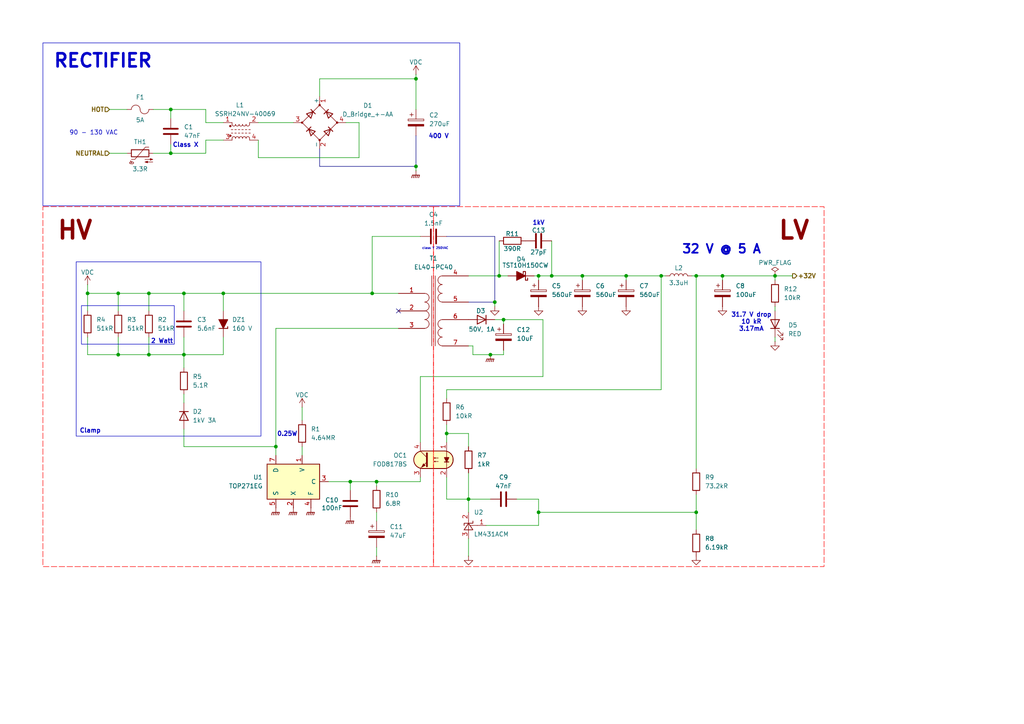
<source format=kicad_sch>
(kicad_sch (version 20231120) (generator "eeschema") (generator_version "8.0")
  (paper "A4")
  (title_block (title "Lab Supply Line Voltage Flyback Converter") (date "2024-04-15") (rev "1.0") (comment 1 "90-130 VAC to 32 VDC @ 5 A") (comment 2 "160 W output capability"))
  (lib_symbols
    (symbol "Device:C" (pin_numbers hide) (pin_names (offset 0.254))
      (property "Reference" "C" (at 0.635 2.54 0))
      (property "Value" "C" (at 0.635 -2.54 0))
      (symbol "C_0_1"
        (polyline (pts (xy -2.032 -0.762) (xy 2.032 -0.762)) (stroke (width 0.508)))
        (polyline (pts (xy -2.032 0.762) (xy 2.032 0.762)) (stroke (width 0.508)))
      )
      (symbol "C_1_1"
        (pin passive line (at 0 3.81 270) (length 2.794) (name "~") (number "1"))
        (pin passive line (at 0 -3.81 90) (length 2.794) (name "~") (number "2"))
      )
    )
    (symbol "Device:C_Polarized" (pin_numbers hide) (pin_names (offset 0.254))
      (property "Reference" "C" (at 0.635 2.54 0))
      (property "Value" "C_Polarized" (at 0.635 -2.54 0))
      (symbol "C_Polarized_0_1"
        (rectangle (start -2.286 0.508) (end 2.286 1.016))
        (polyline (pts (xy -1.778 2.286) (xy -0.762 2.286)))
        (polyline (pts (xy -1.27 2.794) (xy -1.27 1.778)))
        (rectangle (start 2.286 -0.508) (end -2.286 -1.016) (fill (type outline)))
      )
      (symbol "C_Polarized_1_1"
        (pin passive line (at 0 3.81 270) (length 2.794) (name "~") (number "1"))
        (pin passive line (at 0 -3.81 90) (length 2.794) (name "~") (number "2"))
      )
    )
    (symbol "Device:D" (pin_numbers hide) (pin_names (offset 1.016) hide)
      (property "Reference" "D" (at 0 2.54 0))
      (property "Value" "D" (at 0 -2.54 0))
      (symbol "D_0_1"
        (polyline (pts (xy -1.27 1.27) (xy -1.27 -1.27)) (stroke (width 0.254)))
        (polyline (pts (xy 1.27 0) (xy -1.27 0)))
        (polyline (pts (xy 1.27 1.27) (xy 1.27 -1.27) (xy -1.27 0) (xy 1.27 1.27)) (stroke (width 0.254)))
      )
      (symbol "D_1_1"
        (pin passive line (at -3.81 0 0) (length 2.54) (name "K") (number "1"))
        (pin passive line (at 3.81 0 180) (length 2.54) (name "A") (number "2"))
      )
    )
    (symbol "Device:D_Bridge_+-AA" (pin_names (offset 0))
      (property "Reference" "D" (at 2.54 6.985 0))
      (property "Value" "D_Bridge_+-AA" (at 2.54 5.08 0))
      (symbol "D_Bridge_+-AA_0_1"
        (circle (center -5.08 0) (radius 0.254) (fill (type outline)))
        (circle (center 0 -5.08) (radius 0.254) (fill (type outline)))
        (polyline (pts (xy -2.54 3.81) (xy -1.27 2.54)) (stroke (width 0.254)))
        (polyline (pts (xy -1.27 -2.54) (xy -2.54 -3.81)) (stroke (width 0.254)))
        (polyline (pts (xy 2.54 -1.27) (xy 3.81 -2.54)) (stroke (width 0.254)))
        (polyline (pts (xy 2.54 1.27) (xy 3.81 2.54)) (stroke (width 0.254)))
        (polyline (pts (xy -3.81 2.54) (xy -2.54 1.27) (xy -1.905 3.175) (xy -3.81 2.54)) (stroke (width 0.254)))
        (polyline (pts (xy -2.54 -1.27) (xy -3.81 -2.54) (xy -1.905 -3.175) (xy -2.54 -1.27)) (stroke (width 0.254)))
        (polyline (pts (xy 1.27 2.54) (xy 2.54 3.81) (xy 3.175 1.905) (xy 1.27 2.54)) (stroke (width 0.254)))
        (polyline (pts (xy 3.175 -1.905) (xy 1.27 -2.54) (xy 2.54 -3.81) (xy 3.175 -1.905)) (stroke (width 0.254)))
        (polyline (pts (xy -5.08 0) (xy 0 -5.08) (xy 5.08 0) (xy 0 5.08) (xy -5.08 0)))
        (circle (center 0 5.08) (radius 0.254) (fill (type outline)))
        (circle (center 5.08 0) (radius 0.254) (fill (type outline)))
      )
      (symbol "D_Bridge_+-AA_1_1"
        (pin passive line (at 7.62 0 180) (length 2.54) (name "+") (number "1"))
        (pin passive line (at -7.62 0 0) (length 2.54) (name "-") (number "2"))
        (pin passive line (at 0 7.62 270) (length 2.54) (name "~") (number "3"))
        (pin passive line (at 0 -7.62 90) (length 2.54) (name "~") (number "4"))
      )
    )
    (symbol "Device:L" (pin_numbers hide) (pin_names (offset 1.016) hide)
      (property "Reference" "L" (at -1.27 0 90))
      (property "Value" "L" (at 1.905 0 90))
      (symbol "L_0_1"
        (arc (start 0 -2.54) (mid 0.6323 -1.905) (end 0 -1.27))
        (arc (start 0 -1.27) (mid 0.6323 -0.635) (end 0 0))
        (arc (start 0 0) (mid 0.6323 0.635) (end 0 1.27))
        (arc (start 0 1.27) (mid 0.6323 1.905) (end 0 2.54))
      )
      (symbol "L_1_1"
        (pin passive line (at 0 3.81 270) (length 1.27) (name "1") (number "1"))
        (pin passive line (at 0 -3.81 90) (length 1.27) (name "2") (number "2"))
      )
    )
    (symbol "Device:LED" (pin_numbers hide) (pin_names (offset 1.016) hide)
      (property "Reference" "D" (at 0 2.54 0))
      (property "Value" "LED" (at 0 -2.54 0))
      (symbol "LED_0_1"
        (polyline (pts (xy -1.27 -1.27) (xy -1.27 1.27)) (stroke (width 0.254)))
        (polyline (pts (xy -1.27 0) (xy 1.27 0)))
        (polyline (pts (xy 1.27 -1.27) (xy 1.27 1.27) (xy -1.27 0) (xy 1.27 -1.27)) (stroke (width 0.254)))
        (polyline (pts (xy -3.048 -0.762) (xy -4.572 -2.286) (xy -3.81 -2.286) (xy -4.572 -2.286) (xy -4.572 -1.524)))
        (polyline (pts (xy -1.778 -0.762) (xy -3.302 -2.286) (xy -2.54 -2.286) (xy -3.302 -2.286) (xy -3.302 -1.524)))
      )
      (symbol "LED_1_1"
        (pin passive line (at -3.81 0 0) (length 2.54) (name "K") (number "1"))
        (pin passive line (at 3.81 0 180) (length 2.54) (name "A") (number "2"))
      )
    )
    (symbol "Device:L_Ferrite_Coupled" (pin_names (offset 0.254) hide)
      (property "Reference" "L" (at 0 4.445 0))
      (property "Value" "L_Ferrite_Coupled" (at 0 -4.445 0))
      (symbol "L_Ferrite_Coupled_0_1"
        (circle (center -3.048 -1.27) (radius 0.254) (fill (type outline)))
        (circle (center -3.048 1.524) (radius 0.254) (fill (type outline)))
        (arc (start -2.54 2.032) (mid -2.032 1.5262) (end -1.524 2.032))
        (arc (start -1.524 -2.032) (mid -2.032 -1.5262) (end -2.54 -2.032))
        (arc (start -1.524 2.032) (mid -1.016 1.5262) (end -0.508 2.032))
        (arc (start -0.508 -2.032) (mid -1.016 -1.5262) (end -1.524 -2.032))
        (arc (start -0.508 2.032) (mid 0 1.5262) (end 0.508 2.032))
        (polyline (pts (xy -2.794 -0.508) (xy -2.286 -0.508)))
        (polyline (pts (xy -2.794 0.508) (xy -2.286 0.508)))
        (polyline (pts (xy -2.54 -2.032) (xy -2.54 -2.54)))
        (polyline (pts (xy -2.54 2.032) (xy -2.54 2.54)))
        (polyline (pts (xy -1.778 -0.508) (xy -1.27 -0.508)))
        (polyline (pts (xy -1.778 0.508) (xy -1.27 0.508)))
        (polyline (pts (xy -0.762 -0.508) (xy -0.254 -0.508)))
        (polyline (pts (xy -0.762 0.508) (xy -0.254 0.508)))
        (polyline (pts (xy 0.254 -0.508) (xy 0.762 -0.508)))
        (polyline (pts (xy 0.254 0.508) (xy 0.762 0.508)))
        (polyline (pts (xy 1.27 -0.508) (xy 1.778 -0.508)))
        (polyline (pts (xy 1.27 0.508) (xy 1.778 0.508)))
        (polyline (pts (xy 2.286 -0.508) (xy 2.794 -0.508)))
        (polyline (pts (xy 2.286 0.508) (xy 2.794 0.508)))
        (polyline (pts (xy 2.54 -2.032) (xy 2.54 -2.54)))
        (polyline (pts (xy 2.54 2.54) (xy 2.54 2.032)))
        (arc (start 0.508 -2.032) (mid 0 -1.5262) (end -0.508 -2.032))
        (arc (start 0.508 2.032) (mid 1.016 1.5262) (end 1.524 2.032))
        (arc (start 1.524 -2.032) (mid 1.016 -1.5262) (end 0.508 -2.032))
        (arc (start 1.524 2.032) (mid 2.032 1.5262) (end 2.54 2.032))
        (arc (start 2.54 -2.032) (mid 2.032 -1.5262) (end 1.524 -2.032))
      )
      (symbol "L_Ferrite_Coupled_1_1"
        (pin passive line (at -5.08 2.54 0) (length 2.54) (name "1") (number "1"))
        (pin passive line (at 5.08 2.54 180) (length 2.54) (name "2") (number "2"))
        (pin passive line (at -5.08 -2.54 0) (length 2.54) (name "3") (number "3"))
        (pin passive line (at 5.08 -2.54 180) (length 2.54) (name "4") (number "4"))
      )
    )
    (symbol "Device:R" (pin_numbers hide) (pin_names (offset 0))
      (property "Reference" "R" (at 2.032 0 90))
      (property "Value" "R" (at 0 0 90))
      (symbol "R_0_1"
        (rectangle (start -1.016 -2.54) (end 1.016 2.54) (stroke (width 0.254)))
      )
      (symbol "R_1_1"
        (pin passive line (at 0 3.81 270) (length 1.27) (name "~") (number "1"))
        (pin passive line (at 0 -3.81 90) (length 1.27) (name "~") (number "2"))
      )
    )
    (symbol "Device:Thermistor_NTC" (pin_numbers hide) (pin_names (offset 0))
      (property "Reference" "TH" (at -4.445 0 90))
      (property "Value" "Thermistor_NTC" (at 3.175 0 90))
      (symbol "Thermistor_NTC_0_1"
        (arc (start -3.048 2.159) (mid -3.0495 2.3143) (end -3.175 2.413))
        (arc (start -3.048 2.159) (mid -2.9736 1.9794) (end -2.794 1.905))
        (arc (start -3.048 2.794) (mid -2.9736 2.6144) (end -2.794 2.54))
        (arc (start -2.794 1.905) (mid -2.6144 1.9794) (end -2.54 2.159))
        (arc (start -2.794 2.54) (mid -2.4393 2.5587) (end -2.159 2.794))
        (arc (start -2.794 3.048) (mid -2.9736 2.9736) (end -3.048 2.794))
        (arc (start -2.54 2.794) (mid -2.6144 2.9736) (end -2.794 3.048))
        (rectangle (start -1.016 2.54) (end 1.016 -2.54) (stroke (width 0.254)))
        (polyline (pts (xy -2.54 2.159) (xy -2.54 2.794)))
        (polyline (pts (xy -1.778 2.54) (xy -1.778 1.524) (xy 1.778 -1.524) (xy 1.778 -2.54)))
        (polyline (pts (xy -2.54 -3.683) (xy -2.54 -1.397) (xy -2.794 -2.159) (xy -2.286 -2.159) (xy -2.54 -1.397) (xy -2.54 -1.651)) (fill (type outline)))
        (polyline (pts (xy -1.778 -1.397) (xy -1.778 -3.683) (xy -2.032 -2.921) (xy -1.524 -2.921) (xy -1.778 -3.683) (xy -1.778 -3.429)) (fill (type outline)))
      )
      (symbol "Thermistor_NTC_1_1"
        (pin passive line (at 0 3.81 270) (length 1.27) (name "~") (number "1"))
        (pin passive line (at 0 -3.81 90) (length 1.27) (name "~") (number "2"))
      )
    )
    (symbol "Device:Transformer_SP_2S" (pin_names (offset 1.016) hide)
      (property "Reference" "T" (at 0 12.7 0))
      (property "Value" "Transformer_SP_2S" (at 0 -12.7 0))
      (symbol "Transformer_SP_2S_0_1"
        (arc (start -2.54 -5.0546) (mid -1.6599 -4.6901) (end -1.27 -3.81))
        (arc (start -2.54 -2.5146) (mid -1.6599 -2.1501) (end -1.27 -1.27))
        (arc (start -2.54 0.0254) (mid -1.6599 0.3899) (end -1.27 1.27))
        (arc (start -2.54 2.5654) (mid -1.6599 2.9299) (end -1.27 3.81))
        (arc (start -1.27 -3.81) (mid -1.642 -2.912) (end -2.54 -2.54))
        (arc (start -1.27 -1.27) (mid -1.642 -0.372) (end -2.54 0))
        (arc (start -1.27 1.27) (mid -1.642 2.168) (end -2.54 2.54))
        (arc (start -1.27 3.81) (mid -1.642 4.708) (end -2.54 5.08))
        (polyline (pts (xy -0.508 -10.16) (xy -0.508 10.16)))
        (polyline (pts (xy 0.508 10.16) (xy 0.508 -10.16)))
        (arc (start 1.2954 -8.89) (mid 1.6599 -9.7701) (end 2.54 -10.1346))
        (arc (start 1.2954 -6.35) (mid 1.6599 -7.2301) (end 2.54 -7.5946))
        (arc (start 1.2954 -3.81) (mid 1.6599 -4.6901) (end 2.54 -5.0546))
        (arc (start 1.2954 3.81) (mid 1.6599 2.9299) (end 2.54 2.5654))
        (arc (start 1.2954 6.35) (mid 1.6599 5.4699) (end 2.54 5.1054))
        (arc (start 1.2954 8.89) (mid 1.6599 8.0099) (end 2.54 7.6454))
        (arc (start 2.54 -7.62) (mid 1.642 -7.992) (end 1.2954 -8.89))
        (arc (start 2.54 -5.08) (mid 1.642 -5.452) (end 1.2954 -6.35))
        (arc (start 2.54 -2.54) (mid 1.642 -2.912) (end 1.2954 -3.81))
        (arc (start 2.54 5.08) (mid 1.642 4.708) (end 1.2954 3.81))
        (arc (start 2.54 7.62) (mid 1.642 7.248) (end 1.2954 6.35))
        (arc (start 2.54 10.16) (mid 1.642 9.788) (end 1.2954 8.89))
      )
      (symbol "Transformer_SP_2S_1_1"
        (pin passive line (at -10.16 5.08 0) (length 7.62) (name "IN+") (number "1"))
        (pin passive line (at -10.16 0 0) (length 7.62) (name "PM") (number "2"))
        (pin passive line (at -10.16 -5.08 0) (length 7.62) (name "IN-") (number "3"))
        (pin passive line (at 10.16 10.16 180) (length 7.62) (name "OUT1A") (number "4"))
        (pin passive line (at 10.16 2.54 180) (length 7.62) (name "OUT1B") (number "5"))
        (pin passive line (at 10.16 -2.54 180) (length 7.62) (name "OUT2A") (number "6"))
        (pin passive line (at 10.16 -10.16 180) (length 7.62) (name "OUT2B") (number "7"))
      )
    )
    (symbol "PCM_Device_AKL:Fuse" (pin_numbers hide) (pin_names (offset 0))
      (property "Reference" "F" (at 0 4.572 0))
      (property "Value" "Fuse" (at 0 3.175 0))
      (symbol "Fuse_0_1"
        (arc (start 0 0) (mid -1.27 1.2645) (end -2.54 0))
        (arc (start 0 0) (mid 1.27 -1.2645) (end 2.54 0))
      )
      (symbol "Fuse_1_1"
        (pin passive line (at -3.81 0 0) (length 1.27) (name "~") (number "1"))
        (pin passive line (at 3.81 0 180) (length 1.27) (name "~") (number "2"))
      )
    )
    (symbol "PCM_Diode_Schottky_AKL:D_Schottky_Generic" (pin_numbers hide) (pin_names (offset 1.016) hide)
      (property "Reference" "D" (at 0 5.08 0))
      (property "Value" "D_Schottky_Generic" (at 0 2.54 0))
      (symbol "D_Schottky_Generic_0_1"
        (polyline (pts (xy -1.27 0) (xy 1.27 0)))
        (polyline (pts (xy -1.27 -1.27) (xy -1.27 1.27) (xy 1.27 0) (xy -1.27 -1.27)) (stroke (width 0.254)) (fill (type outline)))
        (polyline (pts (xy 1.905 -0.635) (xy 1.905 -1.27) (xy 1.27 -1.27) (xy 1.27 1.27) (xy 0.635 1.27) (xy 0.635 0.635)) (stroke (width 0.254)))
      )
      (symbol "D_Schottky_Generic_1_1"
        (pin passive line (at 3.81 0 180) (length 2.54) (name "K") (number "1"))
        (pin passive line (at -3.81 0 0) (length 2.54) (name "A") (number "2"))
      )
    )
    (symbol "PCM_Diode_Zener_AKL:D_Zener_Generic" (pin_numbers hide) (pin_names (offset 1.016) hide)
      (property "Reference" "DZ" (at 0 5.08 0))
      (property "Value" "D_Zener_Generic" (at 0 2.54 0))
      (symbol "D_Zener_Generic_0_1"
        (polyline (pts (xy -1.27 0) (xy 1.27 0)))
        (polyline (pts (xy 1.27 1.27) (xy 0.762 1.27)) (stroke (width 0.254)))
        (polyline (pts (xy 1.27 1.27) (xy 1.27 -1.27)) (stroke (width 0.254)))
        (polyline (pts (xy -1.27 -1.27) (xy -1.27 1.27) (xy 1.27 0) (xy -1.27 -1.27)) (stroke (width 0.254)) (fill (type outline)))
      )
      (symbol "D_Zener_Generic_1_1"
        (pin passive line (at 3.81 0 180) (length 2.54) (name "K") (number "1"))
        (pin passive line (at -3.81 0 0) (length 2.54) (name "A") (number "2"))
      )
    )
    (symbol "PCM_Optocoupler_AKL:FOD817BS" (pin_names (offset 1.016))
      (property "Reference" "OC" (at 6.35 1.27 0))
      (property "Value" "FOD817BS" (at 6.35 -1.27 0))
      (symbol "FOD817BS_0_1"
        (arc (start -3.1975 2.54) (mid -5.7151 0) (end -3.1975 -2.54) (stroke (width 0.254)))
        (polyline (pts (xy -4.445 -0.635) (xy -3.175 -0.635)) (stroke (width 0.254)))
        (polyline (pts (xy -3.175 2.54) (xy 3.175 2.54)) (stroke (width 0.254)))
        (polyline (pts (xy 1.905 0.635) (xy 3.81 2.54)))
        (polyline (pts (xy 3.175 -2.54) (xy -3.175 -2.54)) (stroke (width 0.254)))
        (polyline (pts (xy 3.81 -2.54) (xy 1.905 -0.635)) (fill (type outline)))
        (polyline (pts (xy -3.81 -2.54) (xy -3.81 -1.27) (xy -3.81 2.54)) (stroke (width 0.1524)))
        (polyline (pts (xy 1.905 1.905) (xy 1.905 -1.905) (xy 1.905 -1.905)) (stroke (width 0.508)))
        (polyline (pts (xy -3.81 -0.635) (xy -4.445 0.635) (xy -3.175 0.635) (xy -3.81 -0.635)) (stroke (width 0.254)) (fill (type outline)))
        (polyline (pts (xy -1.397 -0.508) (xy -0.127 -0.508) (xy -0.508 -0.635) (xy -0.508 -0.381) (xy -0.127 -0.508)))
        (polyline (pts (xy -1.397 0.508) (xy -0.127 0.508) (xy -0.508 0.381) (xy -0.508 0.635) (xy -0.127 0.508)))
        (polyline (pts (xy 2.413 -1.651) (xy 2.921 -1.143) (xy 3.429 -2.159) (xy 2.413 -1.651) (xy 2.413 -1.651)) (fill (type outline)))
        (polyline (pts (xy -2.54 2.54) (xy 3.429 2.54) (xy 4.318 2.286) (xy 4.699 2.032) (xy 5.08 1.651) (xy 5.461 1.016) (xy 5.715 0.381) (xy 5.715 -0.381) (xy 5.461 -1.143) (xy 4.826 -1.905) (xy 4.191 -2.286) (xy 3.302 -2.54) (xy -3.81 -2.54) (xy -3.81 -2.54) (xy -4.572 -2.032) (xy -5.08 -1.778) (xy -5.588 -0.508) (xy -5.588 0.254) (xy -5.588 1.016) (xy -5.08 1.778) (xy -4.318 2.286) (xy -3.556 2.54) (xy -2.54 2.54)) (stroke (width 0.01)) (fill (type background)))
        (arc (start 3.1975 -2.54) (mid 5.7151 0) (end 3.1975 2.54) (stroke (width 0.254)))
      )
      (symbol "FOD817BS_1_1"
        (pin passive line (at -3.81 5.08 270) (length 2.54) (name "~") (number "1"))
        (pin passive line (at -3.81 -5.08 90) (length 2.54) (name "~") (number "2"))
        (pin passive line (at 3.81 -5.08 90) (length 2.54) (name "~") (number "3"))
        (pin passive line (at 3.81 5.08 270) (length 2.54) (name "~") (number "4"))
      )
    )
    (symbol "Reference_Voltage:LM4041LP-ADJ" (pin_names (offset 0.0254) hide)
      (property "Reference" "U" (at 2.54 3.81 0))
      (property "Value" "LM4041LP-ADJ" (at 0 -3.175 0))
      (symbol "LM4041LP-ADJ_0_1"
        (polyline (pts (xy 0 2.54) (xy 0 0.508)))
        (polyline (pts (xy -1.27 0) (xy 0 0) (xy 1.27 0)))
        (polyline (pts (xy -1.27 -1.27) (xy 0.635 0) (xy -1.27 1.27) (xy -1.27 -1.27)) (stroke (width 0.2032)))
        (polyline (pts (xy 0 -1.27) (xy 0.635 -1.27) (xy 0.635 1.27) (xy 1.27 1.27)) (stroke (width 0.2032)))
      )
      (symbol "LM4041LP-ADJ_1_1"
        (pin input line (at 0 5.08 270) (length 2.54) (name "FB") (number "1"))
        (pin passive line (at 3.81 0 180) (length 2.54) (name "K") (number "2"))
        (pin passive line (at -3.81 0 0) (length 2.54) (name "A") (number "3"))
      )
    )
    (symbol "Regulator_Switching:TOP271EG" (pin_names (offset 1.016))
      (property "Reference" "U" (at 5.08 8.89 0))
      (property "Value" "TOP271EG" (at 5.08 6.35 0))
      (symbol "TOP271EG_0_1"
        (rectangle (start -7.62 5.08) (end 7.62 -5.08) (stroke (width 0.254)) (fill (type background)))
      )
      (symbol "TOP271EG_1_1"
        (pin input line (at 2.54 7.62 270) (length 2.54) (name "V") (number "1"))
        (pin input line (at 0 -7.62 90) (length 2.54) (name "X") (number "2"))
        (pin input line (at 10.16 0 180) (length 2.54) (name "C") (number "3"))
        (pin passive line (at 5.08 -7.62 90) (length 2.54) (name "F") (number "4"))
        (pin power_in line (at -5.08 -7.62 90) (length 2.54) (name "S") (number "5"))
        (pin open_collector line (at -5.08 7.62 270) (length 2.54) (name "D") (number "7"))
      )
    )
    (symbol "power:GND" (power) (pin_numbers hide) (pin_names (offset 0) hide)
      (property "Value" "GND" (at 0 -3.81 0))
      (symbol "GND_0_1"
        (polyline (pts (xy 0 0) (xy 0 -1.27) (xy 1.27 -1.27) (xy 0 -2.54) (xy -1.27 -1.27) (xy 0 -1.27)))
      )
      (symbol "GND_1_1"
        (pin power_in line (at 0 0 270) (length 0) (name "~") (number "1"))
      )
    )
    (symbol "power:GNDPWR" (power) (pin_numbers hide) (pin_names (offset 0) hide)
      (property "Value" "GNDPWR" (at 0 -3.302 0))
      (symbol "GNDPWR_0_1"
        (polyline (pts (xy 0 -1.27) (xy 0 0)))
        (polyline (pts (xy -1.016 -1.27) (xy -1.27 -2.032) (xy -1.27 -2.032)) (stroke (width 0.2032)))
        (polyline (pts (xy -0.508 -1.27) (xy -0.762 -2.032) (xy -0.762 -2.032)) (stroke (width 0.2032)))
        (polyline (pts (xy 0 -1.27) (xy -0.254 -2.032) (xy -0.254 -2.032)) (stroke (width 0.2032)))
        (polyline (pts (xy 0.508 -1.27) (xy 0.254 -2.032) (xy 0.254 -2.032)) (stroke (width 0.2032)))
        (polyline (pts (xy 1.016 -1.27) (xy -1.016 -1.27) (xy -1.016 -1.27)) (stroke (width 0.2032)))
        (polyline (pts (xy 1.016 -1.27) (xy 0.762 -2.032) (xy 0.762 -2.032) (xy 0.762 -2.032)) (stroke (width 0.2032)))
      )
      (symbol "GNDPWR_1_1"
        (pin power_in line (at 0 0 270) (length 0) (name "~") (number "1"))
      )
    )
    (symbol "power:PWR_FLAG" (power) (pin_numbers hide) (pin_names (offset 0) hide)
      (property "Value" "PWR_FLAG" (at 0 3.81 0))
      (symbol "PWR_FLAG_0_0"
        (pin power_out line (at 0 0 90) (length 0) (name "~") (number "1"))
      )
      (symbol "PWR_FLAG_0_1"
        (polyline (pts (xy 0 0) (xy 0 1.27) (xy -1.016 1.905) (xy 0 2.54) (xy 1.016 1.905) (xy 0 1.27)))
      )
    )
    (symbol "power:VDC" (power) (pin_numbers hide) (pin_names (offset 0) hide)
      (property "Value" "VDC" (at 0 3.556 0))
      (symbol "VDC_0_1"
        (polyline (pts (xy -0.762 1.27) (xy 0 2.54)))
        (polyline (pts (xy 0 0) (xy 0 2.54)))
        (polyline (pts (xy 0 2.54) (xy 0.762 1.27)))
      )
      (symbol "VDC_1_1"
        (pin power_in line (at 0 0 90) (length 0) (name "~") (number "1"))
      )
    )
  )
  (junction (at 135.89 144.78))
  (junction (at 142.24 102.87))
  (junction (at 34.29 102.87))
  (junction (at 129.54 125.73))
  (junction (at 34.29 85.09))
  (junction (at 120.65 22.86))
  (junction (at 53.34 85.09))
  (junction (at 156.21 80.01))
  (junction (at 224.79 80.01))
  (junction (at 49.53 31.75))
  (junction (at 64.77 85.09))
  (junction (at 144.78 80.01))
  (junction (at 43.18 102.87))
  (junction (at 191.77 80.01))
  (junction (at 80.01 129.54))
  (junction (at 43.18 85.09))
  (junction (at 49.53 44.45))
  (junction (at 160.02 80.01))
  (junction (at 143.51 87.63))
  (junction (at 109.22 139.7))
  (junction (at 209.55 80.01))
  (junction (at 168.91 80.01))
  (junction (at 201.93 80.01))
  (junction (at 181.61 80.01))
  (junction (at 101.6 139.7))
  (junction (at 53.34 102.87))
  (junction (at 146.05 92.71))
  (junction (at 107.95 85.09))
  (junction (at 120.65 48.26))
  (junction (at 201.93 148.59))
  (junction (at 156.21 148.59))
  (junction (at 25.4 85.09))
  (no_connect (at 115.57 90.17))
  (wire (pts (xy 74.93 45.72) (xy 104.14 45.72)))
  (wire (pts (xy 53.34 106.68) (xy 53.34 102.87)))
  (wire (pts (xy 53.34 102.87) (xy 64.77 102.87)))
  (wire (pts (xy 224.79 80.01) (xy 224.79 81.28)))
  (wire (pts (xy 146.05 102.87) (xy 146.05 101.6)))
  (wire (pts (xy 168.91 80.01) (xy 181.61 80.01)))
  (wire (pts (xy 53.34 129.54) (xy 80.01 129.54)))
  (wire (pts (xy 157.48 92.71) (xy 157.48 109.22)))
  (wire (pts (xy 191.77 113.03) (xy 191.77 80.01)))
  (wire (pts (xy 120.65 49.53) (xy 120.65 48.26)))
  (wire (pts (xy 120.65 39.37) (xy 120.65 48.26)) (stroke (width 0) (color 0 0 132 1)))
  (wire (pts (xy 44.45 44.45) (xy 49.53 44.45)))
  (wire (pts (xy 201.93 148.59) (xy 201.93 153.67)))
  (wire (pts (xy 87.63 129.54) (xy 87.63 132.08)))
  (wire (pts (xy 34.29 102.87) (xy 25.4 102.87)))
  (wire (pts (xy 121.92 138.43) (xy 121.92 139.7)))
  (wire (pts (xy 157.48 109.22) (xy 121.92 109.22)))
  (wire (pts (xy 224.79 99.06) (xy 224.79 97.79)))
  (wire (pts (xy 160.02 69.85) (xy 160.02 80.01)))
  (wire (pts (xy 191.77 80.01) (xy 193.04 80.01)))
  (wire (pts (xy 181.61 81.28) (xy 181.61 80.01)))
  (wire (pts (xy 146.05 92.71) (xy 146.05 93.98)))
  (wire (pts (xy 156.21 80.01) (xy 160.02 80.01)))
  (wire (pts (xy 209.55 80.01) (xy 209.55 81.28)))
  (wire (pts (xy 168.91 81.28) (xy 168.91 80.01)))
  (wire (pts (xy 74.93 40.64) (xy 74.93 45.72)))
  (wire (pts (xy 49.53 44.45) (xy 59.69 44.45)))
  (wire (pts (xy 59.69 44.45) (xy 59.69 40.64)))
  (wire (pts (xy 144.78 80.01) (xy 147.32 80.01)))
  (wire (pts (xy 64.77 85.09) (xy 107.95 85.09)))
  (wire (pts (xy 49.53 31.75) (xy 59.69 31.75)))
  (wire (pts (xy 120.65 22.86) (xy 120.65 31.75)))
  (wire (pts (xy 34.29 85.09) (xy 34.29 90.17)))
  (wire (pts (xy 143.51 88.9) (xy 143.51 87.63)))
  (wire (pts (xy 59.69 40.64) (xy 64.77 40.64)))
  (wire (pts (xy 43.18 85.09) (xy 43.18 90.17)))
  (wire (pts (xy 149.86 144.78) (xy 156.21 144.78)))
  (wire (pts (xy 135.89 100.33) (xy 137.16 100.33)))
  (wire (pts (xy 53.34 85.09) (xy 64.77 85.09)))
  (wire (pts (xy 34.29 102.87) (xy 43.18 102.87)))
  (wire (pts (xy 137.16 102.87) (xy 142.24 102.87)))
  (wire (pts (xy 109.22 140.97) (xy 109.22 139.7)))
  (wire (pts (xy 156.21 152.4) (xy 140.97 152.4)))
  (wire (pts (xy 109.22 151.13) (xy 109.22 148.59)))
  (wire (pts (xy 64.77 85.09) (xy 64.77 90.17)))
  (wire (pts (xy 129.54 68.58) (xy 143.51 68.58)) (stroke (width 0) (color 0 0 132 1)))
  (wire (pts (xy 143.51 68.58) (xy 143.51 87.63)) (stroke (width 0) (color 0 0 132 1)))
  (wire (pts (xy 143.51 92.71) (xy 146.05 92.71)))
  (wire (pts (xy 53.34 124.46) (xy 53.34 129.54)))
  (wire (pts (xy 109.22 161.29) (xy 109.22 158.75)))
  (wire (pts (xy 115.57 95.25) (xy 80.01 95.25)))
  (wire (pts (xy 87.63 121.92) (xy 87.63 118.11)))
  (wire (pts (xy 49.53 44.45) (xy 49.53 41.91)))
  (wire (pts (xy 31.75 31.75) (xy 36.83 31.75)))
  (wire (pts (xy 200.66 80.01) (xy 201.93 80.01)))
  (wire (pts (xy 25.4 85.09) (xy 34.29 85.09)))
  (wire (pts (xy 74.93 35.56) (xy 85.09 35.56)))
  (wire (pts (xy 135.89 144.78) (xy 142.24 144.78)))
  (wire (pts (xy 135.89 137.16) (xy 135.89 144.78)))
  (wire (pts (xy 92.71 22.86) (xy 120.65 22.86)))
  (wire (pts (xy 34.29 85.09) (xy 43.18 85.09)))
  (wire (pts (xy 135.89 161.29) (xy 135.89 156.21)))
  (wire (pts (xy 121.92 68.58) (xy 107.95 68.58)))
  (wire (pts (xy 224.79 88.9) (xy 224.79 90.17)))
  (wire (pts (xy 59.69 35.56) (xy 64.77 35.56)))
  (wire (pts (xy 104.14 45.72) (xy 104.14 35.56)))
  (wire (pts (xy 95.25 139.7) (xy 101.6 139.7)))
  (wire (pts (xy 135.89 144.78) (xy 129.54 144.78)))
  (wire (pts (xy 156.21 148.59) (xy 201.93 148.59)))
  (wire (pts (xy 181.61 80.01) (xy 191.77 80.01)))
  (wire (pts (xy 25.4 85.09) (xy 25.4 90.17)))
  (wire (pts (xy 129.54 115.57) (xy 129.54 113.03)))
  (wire (pts (xy 43.18 102.87) (xy 43.18 97.79)))
  (wire (pts (xy 135.89 125.73) (xy 135.89 129.54)))
  (wire (pts (xy 49.53 31.75) (xy 49.53 34.29)))
  (wire (pts (xy 201.93 80.01) (xy 209.55 80.01)))
  (wire (pts (xy 104.14 35.56) (xy 100.33 35.56)))
  (wire (pts (xy 201.93 143.51) (xy 201.93 148.59)))
  (wire (pts (xy 129.54 125.73) (xy 129.54 128.27)))
  (wire (pts (xy 53.34 97.79) (xy 53.34 102.87)))
  (wire (pts (xy 109.22 139.7) (xy 121.92 139.7)))
  (wire (pts (xy 25.4 102.87) (xy 25.4 97.79)))
  (wire (pts (xy 209.55 80.01) (xy 224.79 80.01)))
  (wire (pts (xy 129.54 113.03) (xy 191.77 113.03)))
  (wire (pts (xy 224.79 80.01) (xy 229.87 80.01)))
  (wire (pts (xy 53.34 85.09) (xy 53.34 90.17)))
  (wire (pts (xy 92.71 27.94) (xy 92.71 22.86)))
  (wire (pts (xy 144.78 69.85) (xy 144.78 80.01)))
  (wire (pts (xy 129.54 144.78) (xy 129.54 138.43)))
  (wire (pts (xy 25.4 82.55) (xy 25.4 85.09)))
  (wire (pts (xy 129.54 123.19) (xy 129.54 125.73)))
  (wire (pts (xy 154.94 80.01) (xy 156.21 80.01)))
  (wire (pts (xy 107.95 68.58) (xy 107.95 85.09)))
  (wire (pts (xy 101.6 139.7) (xy 109.22 139.7)))
  (wire (pts (xy 34.29 97.79) (xy 34.29 102.87)))
  (wire (pts (xy 53.34 114.3) (xy 53.34 116.84)))
  (wire (pts (xy 92.71 48.26) (xy 120.65 48.26)) (stroke (width 0) (color 0 0 132 1)))
  (wire (pts (xy 135.89 87.63) (xy 143.51 87.63)) (stroke (width 0) (color 0 0 132 1)))
  (wire (pts (xy 137.16 100.33) (xy 137.16 102.87)))
  (wire (pts (xy 156.21 81.28) (xy 156.21 80.01)))
  (wire (pts (xy 201.93 80.01) (xy 201.93 135.89)))
  (wire (pts (xy 53.34 102.87) (xy 43.18 102.87)))
  (wire (pts (xy 59.69 31.75) (xy 59.69 35.56)))
  (wire (pts (xy 156.21 144.78) (xy 156.21 148.59)))
  (wire (pts (xy 120.65 21.59) (xy 120.65 22.86)))
  (wire (pts (xy 92.71 48.26) (xy 92.71 43.18)) (stroke (width 0) (color 0 0 132 1)))
  (wire (pts (xy 44.45 31.75) (xy 49.53 31.75)))
  (wire (pts (xy 64.77 102.87) (xy 64.77 97.79)))
  (wire (pts (xy 135.89 80.01) (xy 144.78 80.01)))
  (wire (pts (xy 31.75 44.45) (xy 36.83 44.45)))
  (wire (pts (xy 156.21 148.59) (xy 156.21 152.4)))
  (wire (pts (xy 80.01 129.54) (xy 80.01 132.08)))
  (wire (pts (xy 80.01 95.25) (xy 80.01 129.54)))
  (wire (pts (xy 135.89 144.78) (xy 135.89 148.59)))
  (wire (pts (xy 160.02 80.01) (xy 168.91 80.01)))
  (wire (pts (xy 146.05 92.71) (xy 157.48 92.71)))
  (wire (pts (xy 101.6 139.7) (xy 101.6 142.24)))
  (wire (pts (xy 129.54 125.73) (xy 135.89 125.73)))
  (wire (pts (xy 107.95 85.09) (xy 115.57 85.09)))
  (wire (pts (xy 142.24 102.87) (xy 146.05 102.87)))
  (wire (pts (xy 121.92 109.22) (xy 121.92 128.27)))
  (wire (pts (xy 43.18 85.09) (xy 53.34 85.09)))
  (rectangle (start 23.622 88.646) (end 50.546 99.822))
  (text_box "RECTIFIER" (at 12.446 12.446 0) (size 120.904 47.244) (effects (font (size 3.81 3.81) (bold yes)) (justify left top)))
  (text_box "HV" (at 12.446 59.944 0) (size 113.284 104.394) (stroke (width 0) (type dash) (color 255 0 0 1)) (effects (font (size 5.08 5.08) (bold yes)) (justify left top)))
  (text_box "Clamp\n" (at 22.098 75.946 0) (size 53.594 50.546) (effects (font (size 1.27 1.27) (bold yes)) (justify left bottom)))
  (text_box "LV\n" (at 125.73 59.944 0) (size 113.284 104.394) (stroke (width 0) (type dash) (color 255 0 0 1)) (effects (font (size 5.08 5.08) (bold yes)) (justify right top)))
  (text "1kV\n" (at 156.21 64.77 0) (effects (font (size 1.27 1.27) (bold yes))))
  (text "class Y 250VAC\n" (at 126.238 72.136 0) (effects (font (size 0.635 0.635) (bold yes))))
  (text "0.25W\n" (at 83.312 125.984 0) (effects (font (size 1.27 1.27) (bold yes))))
  (text "400 V\n" (at 127.254 39.624 0) (effects (font (size 1.27 1.27) (thickness 0.254) (bold yes))))
  (text "31.7 V drop\n10 kR\n3.17mA\n" (at 217.932 93.472 0) (effects (font (size 1.27 1.27) (bold yes))))
  (text "Class X\n" (at 53.848 42.164 0) (effects (font (size 1.27 1.27) (bold yes))))
  (text "2 Watt\n" (at 46.99 99.06 0) (effects (font (size 1.27 1.27) (bold yes))))
  (text "90 - 130 VAC" (at 27.178 38.608 0) (effects (font (size 1.27 1.27))))
  (text "32 V @ 5 A\n" (at 209.296 72.39 0) (effects (font (size 2.54 2.54) (bold yes))))
  (hierarchical_label "NEUTRAL" (shape input) (at 31.75 44.45 180) (effects (font (bold yes))))
  (hierarchical_label "HOT" (shape input) (at 31.75 31.75 180) (effects (font (bold yes))))
  (hierarchical_label "+32V" (shape output) (at 229.87 80.01 0) (effects (font (bold yes))))
  (symbol (lib_id "Device:C_Polarized") (at 181.61 85.09 0) (unit 1)
    (property "Reference" "C7" (at 185.42 82.9309 0) (effects (justify left)))
    (property "Value" "560uF" (at 185.42 85.4709 0) (effects (justify left)))
    (property "Description" "Polarized capacitor" (effects (hide yes)))
  )
  (symbol (lib_id "Device:R") (at 148.59 69.85 90) (unit 1)
    (property "Reference" "R11" (at 148.59 67.818 90))
    (property "Value" "390R" (at 148.59 72.136 90))
    (property "Description" "Resistor" (effects (hide yes)))
  )
  (symbol (lib_id "Device:L") (at 196.85 80.01 90) (unit 1)
    (property "Reference" "L2" (at 196.85 77.724 90))
    (property "Value" "3.3uH" (at 196.85 82.042 90))
    (property "Description" "Inductor" (effects (hide yes)))
  )
  (symbol (lib_id "Regulator_Switching:TOP271EG") (at 85.09 139.7 0) (unit 1)
    (property "Reference" "U1" (at 76.2 138.4299 0) (effects (justify right)))
    (property "Value" "TOP271EG" (at 76.2 140.9699 0) (effects (justify right)))
    (property "Footprint" "Package_SIP:PowerIntegrations_eSIP-7C" (effects (hide yes)))
    (property "Datasheet" "https://ac-dc.power.com/sites/default/files/product-docs/topswitch-jx_family_datasheet.pdf" (effects (hide yes)))
    (property "Description" "TOPSwitch-JX Family, 177W Output Power, eSIP-7C" (effects (hide yes)))
  )
  (symbol (lib_id "power:VDC") (at 25.4 82.55 0) (unit 1)
    (property "Reference" "#PWR05" (effects (hide yes)))
    (property "Value" "VDC" (at 25.4 78.994 0))
    (property "Description" "Power symbol creates a global label with name \"VDC\"" (effects (hide yes)))
  )
  (symbol (lib_id "power:GNDPWR") (at 109.22 161.29 0) (unit 1)
    (property "Reference" "#PWR017" (effects (hide yes)))
    (property "Value" "GNDPWR" (effects (hide yes)))
    (property "Description" "Power symbol creates a global label with name \"GNDPWR\" , global ground" (effects (hide yes)))
  )
  (symbol (lib_id "power:GND") (at 143.51 88.9 0) (unit 1)
    (property "Reference" "#PWR06" (effects (hide yes)))
    (property "Value" "GND" (effects (hide yes)))
    (property "Description" "Power symbol creates a global label with name \"GND\" , ground" (effects (hide yes)))
  )
  (symbol (lib_id "Device:C") (at 146.05 144.78 90) (unit 1)
    (property "Reference" "C9" (at 146.05 138.43 90))
    (property "Value" "47nF" (at 146.05 140.97 90))
    (property "Description" "Unpolarized capacitor" (effects (hide yes)))
  )
  (symbol (lib_id "Device:C_Polarized") (at 146.05 97.79 0) (unit 1)
    (property "Reference" "C12" (at 149.86 95.6309 0) (effects (justify left)))
    (property "Value" "10uF" (at 149.86 98.1709 0) (effects (justify left)))
    (property "Description" "Polarized capacitor" (effects (hide yes)))
  )
  (symbol (lib_id "Device:C_Polarized") (at 209.55 85.09 0) (unit 1)
    (property "Reference" "C8" (at 213.36 82.9309 0) (effects (justify left)))
    (property "Value" "100uF" (at 213.36 85.4709 0) (effects (justify left)))
    (property "Description" "Polarized capacitor" (effects (hide yes)))
  )
  (symbol (lib_id "power:GND") (at 156.21 88.9 0) (unit 1)
    (property "Reference" "#PWR07" (effects (hide yes)))
    (property "Value" "GND" (effects (hide yes)))
    (property "Description" "Power symbol creates a global label with name \"GND\" , ground" (effects (hide yes)))
  )
  (symbol (lib_id "Device:Transformer_SP_2S") (at 125.73 90.17 0) (unit 1)
    (property "Reference" "T1" (at 125.73 74.93 0))
    (property "Value" "EL40-PC40" (at 125.73 77.47 0))
    (property "Description" "Transformer, split primary, dual secondary" (effects (hide yes)))
  )
  (symbol (lib_id "Device:C") (at 53.34 93.98 0) (unit 1)
    (property "Reference" "C3" (at 57.15 92.7099 0) (effects (justify left)))
    (property "Value" "5.6nF" (at 57.15 95.2499 0) (effects (justify left)))
    (property "Description" "Unpolarized capacitor" (effects (hide yes)))
  )
  (symbol (lib_id "PCM_Optocoupler_AKL:FOD817BS") (at 125.73 133.35 0) (mirror y) (unit 1)
    (property "Reference" "OC1" (at 118.11 132.0799 0) (effects (justify left)))
    (property "Value" "FOD817BS" (at 118.11 134.6199 0) (effects (justify left)))
    (property "Footprint" "Package_DIP_AKL:SMDIP-4_W9.53mm" (effects (hide yes)))
    (property "Datasheet" "https://www.tme.eu/Document/3a0358906a5fcb3aa253d025de809a1d/FOD814300W.PDF" (effects (hide yes)))
    (property "Description" "SMDIP-4 Optocoupler, Transistor output, 5kV, 8us, Alternate KiCAD Library" (effects (hide yes)))
  )
  (symbol (lib_id "Device:C_Polarized") (at 120.65 35.56 0) (unit 1)
    (property "Reference" "C2" (at 124.46 33.4009 0) (effects (justify left)))
    (property "Value" "270uF" (at 124.46 35.9409 0) (effects (justify left)))
    (property "Description" "Polarized capacitor" (effects (hide yes)))
  )
  (symbol (lib_id "power:GND") (at 209.55 88.9 0) (unit 1)
    (property "Reference" "#PWR012" (effects (hide yes)))
    (property "Value" "GND" (effects (hide yes)))
    (property "Description" "Power symbol creates a global label with name \"GND\" , ground" (effects (hide yes)))
  )
  (symbol (lib_id "power:GNDPWR") (at 120.65 49.53 0) (unit 1)
    (property "Reference" "#PWR02" (effects (hide yes)))
    (property "Value" "GNDPWR" (effects (hide yes)))
    (property "Description" "Power symbol creates a global label with name \"GNDPWR\" , global ground" (effects (hide yes)))
  )
  (symbol (lib_id "Device:R") (at 224.79 85.09 0) (unit 1)
    (property "Reference" "R12" (at 227.33 83.8199 0) (effects (justify left)))
    (property "Value" "10kR" (at 227.33 86.3599 0) (effects (justify left)))
    (property "Description" "Resistor" (effects (hide yes)))
  )
  (symbol (lib_id "PCM_Device_AKL:Fuse") (at 40.64 31.75 0) (unit 1)
    (property "Reference" "F1" (at 40.64 28.194 0))
    (property "Value" "5A" (at 40.64 34.798 0))
    (property "Description" "Fuse, Alternate KiCAD Library" (effects (hide yes)))
  )
  (symbol (lib_id "Device:R") (at 135.89 133.35 0) (unit 1)
    (property "Reference" "R7" (at 138.43 132.0799 0) (effects (justify left)))
    (property "Value" "1kR" (at 138.43 134.6199 0) (effects (justify left)))
    (property "Description" "Resistor" (effects (hide yes)))
  )
  (symbol (lib_id "Device:C_Polarized") (at 156.21 85.09 0) (unit 1)
    (property "Reference" "C5" (at 160.02 82.9309 0) (effects (justify left)))
    (property "Value" "560uF" (at 160.02 85.4709 0) (effects (justify left)))
    (property "Description" "Polarized capacitor" (effects (hide yes)))
  )
  (symbol (lib_id "Device:L_Ferrite_Coupled") (at 69.85 38.1 0) (unit 1)
    (property "Reference" "L1" (at 69.596 30.48 0))
    (property "Value" "SSRH24NV-40069" (at 71.12 33.02 0))
    (property "Description" "Coupled inductor with ferrite core" (effects (hide yes)))
  )
  (symbol (lib_id "power:GNDPWR") (at 80.01 147.32 0) (unit 1)
    (property "Reference" "#PWR010" (effects (hide yes)))
    (property "Value" "GNDPWR" (effects (hide yes)))
    (property "Description" "Power symbol creates a global label with name \"GNDPWR\" , global ground" (effects (hide yes)))
  )
  (symbol (lib_id "PCM_Diode_Zener_AKL:D_Zener_Generic") (at 64.77 93.98 270) (unit 1)
    (property "Reference" "DZ1" (at 67.31 92.7099 90) (effects (justify left)))
    (property "Value" "160 V" (at 67.31 95.2499 90) (effects (justify left)))
    (property "Description" "Zener diode, generic symbol, Alternate KiCAD Library" (effects (hide yes)))
  )
  (symbol (lib_id "power:GND") (at 168.91 88.9 0) (unit 1)
    (property "Reference" "#PWR08" (effects (hide yes)))
    (property "Value" "GND" (effects (hide yes)))
    (property "Description" "Power symbol creates a global label with name \"GND\" , ground" (effects (hide yes)))
  )
  (symbol (lib_id "power:GND") (at 224.79 99.06 0) (unit 1)
    (property "Reference" "#PWR018" (effects (hide yes)))
    (property "Value" "GND" (effects (hide yes)))
    (property "Description" "Power symbol creates a global label with name \"GND\" , ground" (effects (hide yes)))
  )
  (symbol (lib_id "power:GNDPWR") (at 101.6 149.86 0) (unit 1)
    (property "Reference" "#PWR015" (effects (hide yes)))
    (property "Value" "GNDPWR" (effects (hide yes)))
    (property "Description" "Power symbol creates a global label with name \"GNDPWR\" , global ground" (effects (hide yes)))
  )
  (symbol (lib_id "Device:R") (at 53.34 110.49 0) (unit 1)
    (property "Reference" "R5" (at 55.88 109.2199 0) (effects (justify left)))
    (property "Value" "5.1R" (at 55.88 111.7599 0) (effects (justify left)))
    (property "Description" "Resistor" (effects (hide yes)))
  )
  (symbol (lib_id "power:VDC") (at 87.63 118.11 0) (unit 1)
    (property "Reference" "#PWR03" (effects (hide yes)))
    (property "Value" "VDC" (at 87.63 114.554 0))
    (property "Description" "Power symbol creates a global label with name \"VDC\"" (effects (hide yes)))
  )
  (symbol (lib_id "Device:C_Polarized") (at 168.91 85.09 0) (unit 1)
    (property "Reference" "C6" (at 172.72 82.9309 0) (effects (justify left)))
    (property "Value" "560uF" (at 172.72 85.4709 0) (effects (justify left)))
    (property "Description" "Polarized capacitor" (effects (hide yes)))
  )
  (symbol (lib_id "Device:R") (at 109.22 144.78 0) (unit 1)
    (property "Reference" "R10" (at 111.76 143.5099 0) (effects (justify left)))
    (property "Value" "6.8R" (at 111.76 146.0499 0) (effects (justify left)))
    (property "Description" "Resistor" (effects (hide yes)))
  )
  (symbol (lib_id "Device:C") (at 49.53 38.1 0) (unit 1)
    (property "Reference" "C1" (at 53.34 36.8299 0) (effects (justify left)))
    (property "Value" "47nF" (at 53.34 39.3699 0) (effects (justify left)))
    (property "Description" "Unpolarized capacitor" (effects (hide yes)))
  )
  (symbol (lib_id "Device:D") (at 139.7 92.71 180) (unit 1)
    (property "Reference" "D3" (at 139.446 90.17 0))
    (property "Value" "50V, 1A" (at 139.7 95.504 0))
    (property "Description" "Diode" (effects (hide yes)))
    (property "Sim.Device" "D" (effects (hide yes)))
    (property "Sim.Pins" "1=K 2=A" (effects (hide yes)))
  )
  (symbol (lib_id "Device:D_Bridge_+-AA") (at 92.71 35.56 90) (unit 1)
    (property "Reference" "D1" (at 106.68 30.6068 90))
    (property "Value" "D_Bridge_+-AA" (at 106.68 33.1468 90))
    (property "Description" "Diode bridge, +ve/-ve/AC/AC" (effects (hide yes)))
  )
  (symbol (lib_id "Device:C") (at 125.73 68.58 90) (unit 1)
    (property "Reference" "C4" (at 125.73 62.23 90))
    (property "Value" "1.5nF" (at 125.73 64.77 90))
    (property "Description" "Unpolarized capacitor" (effects (hide yes)))
  )
  (symbol (lib_id "Device:R") (at 87.63 125.73 0) (unit 1)
    (property "Reference" "R1" (at 90.17 124.4599 0) (effects (justify left)))
    (property "Value" "4.64MR" (at 90.17 126.9999 0) (effects (justify left)))
    (property "Description" "Resistor" (effects (hide yes)))
  )
  (symbol (lib_id "Device:C") (at 156.21 69.85 90) (unit 1)
    (property "Reference" "C13" (at 156.21 66.802 90))
    (property "Value" "27pF" (at 156.21 73.152 90))
    (property "Description" "Unpolarized capacitor" (effects (hide yes)))
  )
  (symbol (lib_id "power:GNDPWR") (at 85.09 147.32 0) (unit 1)
    (property "Reference" "#PWR04" (effects (hide yes)))
    (property "Value" "GNDPWR" (effects (hide yes)))
    (property "Description" "Power symbol creates a global label with name \"GNDPWR\" , global ground" (effects (hide yes)))
  )
  (symbol (lib_id "Device:Thermistor_NTC") (at 40.64 44.45 90) (unit 1)
    (property "Reference" "TH1" (at 40.64 41.148 90))
    (property "Value" "3.3R" (at 40.64 49.022 90))
    (property "Description" "Temperature dependent resistor, negative temperature coefficient" (effects (hide yes)))
  )
  (symbol (lib_id "Device:R") (at 129.54 119.38 0) (unit 1)
    (property "Reference" "R6" (at 132.08 118.1099 0) (effects (justify left)))
    (property "Value" "10kR" (at 132.08 120.6499 0) (effects (justify left)))
    (property "Description" "Resistor" (effects (hide yes)))
  )
  (symbol (lib_id "power:GNDPWR") (at 90.17 147.32 0) (unit 1)
    (property "Reference" "#PWR011" (effects (hide yes)))
    (property "Value" "GNDPWR" (effects (hide yes)))
    (property "Description" "Power symbol creates a global label with name \"GNDPWR\" , global ground" (effects (hide yes)))
  )
  (symbol (lib_id "Device:R") (at 43.18 93.98 0) (unit 1)
    (property "Reference" "R2" (at 45.72 92.7099 0) (effects (justify left)))
    (property "Value" "51kR" (at 45.72 95.2499 0) (effects (justify left)))
    (property "Description" "Resistor" (effects (hide yes)))
  )
  (symbol (lib_id "Device:R") (at 25.4 93.98 0) (unit 1)
    (property "Reference" "R4" (at 27.94 92.7099 0) (effects (justify left)))
    (property "Value" "51kR" (at 27.94 95.2499 0) (effects (justify left)))
    (property "Description" "Resistor" (effects (hide yes)))
  )
  (symbol (lib_id "power:GNDPWR") (at 142.24 102.87 0) (unit 1)
    (property "Reference" "#PWR016" (effects (hide yes)))
    (property "Value" "GNDPWR" (effects (hide yes)))
    (property "Description" "Power symbol creates a global label with name \"GNDPWR\" , global ground" (effects (hide yes)))
  )
  (symbol (lib_id "Device:C_Polarized") (at 109.22 154.94 0) (unit 1)
    (property "Reference" "C11" (at 113.03 152.7809 0) (effects (justify left)))
    (property "Value" "47uF" (at 113.03 155.3209 0) (effects (justify left)))
    (property "Description" "Polarized capacitor" (effects (hide yes)))
  )
  (symbol (lib_id "power:GND") (at 135.89 161.29 0) (unit 1)
    (property "Reference" "#PWR013" (effects (hide yes)))
    (property "Value" "GND" (effects (hide yes)))
    (property "Description" "Power symbol creates a global label with name \"GND\" , ground" (effects (hide yes)))
  )
  (symbol (lib_id "Device:LED") (at 224.79 93.98 90) (unit 1)
    (property "Reference" "D5" (at 228.6 94.2974 90) (effects (justify right)))
    (property "Value" "RED" (at 228.6 96.8374 90) (effects (justify right)))
    (property "Description" "Light emitting diode" (effects (hide yes)))
  )
  (symbol (lib_id "power:VDC") (at 120.65 21.59 0) (unit 1)
    (property "Reference" "#PWR01" (effects (hide yes)))
    (property "Value" "VDC" (at 120.65 18.034 0))
    (property "Description" "Power symbol creates a global label with name \"VDC\"" (effects (hide yes)))
  )
  (symbol (lib_id "Device:R") (at 201.93 139.7 0) (unit 1)
    (property "Reference" "R9" (at 204.47 138.4299 0) (effects (justify left)))
    (property "Value" "73.2kR" (at 204.47 140.9699 0) (effects (justify left)))
    (property "Description" "Resistor" (effects (hide yes)))
  )
  (symbol (lib_id "Device:R") (at 201.93 157.48 0) (unit 1)
    (property "Reference" "R8" (at 204.47 156.2099 0) (effects (justify left)))
    (property "Value" "6.19kR" (at 204.47 158.7499 0) (effects (justify left)))
    (property "Description" "Resistor" (effects (hide yes)))
  )
  (symbol (lib_id "power:GND") (at 181.61 88.9 0) (unit 1)
    (property "Reference" "#PWR09" (effects (hide yes)))
    (property "Value" "GND" (effects (hide yes)))
    (property "Description" "Power symbol creates a global label with name \"GND\" , ground" (effects (hide yes)))
  )
  (symbol (lib_id "Device:D") (at 53.34 120.65 270) (unit 1)
    (property "Reference" "D2" (at 55.88 119.3799 90) (effects (justify left)))
    (property "Value" "1kV 3A" (at 55.88 121.9199 90) (effects (justify left)))
    (property "Description" "Diode" (effects (hide yes)))
    (property "Sim.Device" "D" (effects (hide yes)))
    (property "Sim.Pins" "1=K 2=A" (effects (hide yes)))
  )
  (symbol (lib_id "power:GND") (at 201.93 161.29 0) (unit 1)
    (property "Reference" "#PWR014" (effects (hide yes)))
    (property "Value" "GND" (effects (hide yes)))
    (property "Description" "Power symbol creates a global label with name \"GND\" , ground" (effects (hide yes)))
  )
  (symbol (lib_id "PCM_Diode_Schottky_AKL:D_Schottky_Generic") (at 151.13 80.01 0) (unit 1)
    (property "Reference" "D4" (at 151.13 75.184 0))
    (property "Value" "TST10H150CW" (at 152.4 76.962 0))
    (property "Description" "Schottky diode, Generic Symbol, Alternate KiCAD Library" (effects (hide yes)))
  )
  (symbol (lib_id "Reference_Voltage:LM4041LP-ADJ") (at 135.89 152.4 270) (mirror x) (unit 1)
    (property "Reference" "U2" (at 140.208 148.59 90) (effects (justify right)))
    (property "Value" "LM431ACM" (at 147.574 154.94 90) (effects (justify right)))
    (property "Footprint" "Package_TO_SOT_THT:TO-92_Inline" (effects (hide yes)))
    (property "Datasheet" "http://www.ti.com/lit/ds/symlink/lm4041-n.pdf" (effects (hide yes)))
    (property "Description" "Adjustable Precision Micropower Shunt Voltage Reference, TO-92" (effects (hide yes)))
  )
  (symbol (lib_id "power:PWR_FLAG") (at 224.79 80.01 0) (unit 1)
    (property "Reference" "#FLG01" (effects (hide yes)))
    (property "Value" "PWR_FLAG" (at 224.79 76.2 0))
    (property "Description" "Special symbol for telling ERC where power comes from" (effects (hide yes)))
  )
  (symbol (lib_id "Device:R") (at 34.29 93.98 0) (unit 1)
    (property "Reference" "R3" (at 36.83 92.7099 0) (effects (justify left)))
    (property "Value" "51kR" (at 36.83 95.2499 0) (effects (justify left)))
    (property "Description" "Resistor" (effects (hide yes)))
  )
  (symbol (lib_id "Device:C") (at 101.6 146.05 180) (unit 1)
    (property "Reference" "C10" (at 96.266 145.034 0))
    (property "Value" "100nF" (at 96.266 147.32 0))
    (property "Description" "Unpolarized capacitor" (effects (hide yes)))
  )
)
</source>
